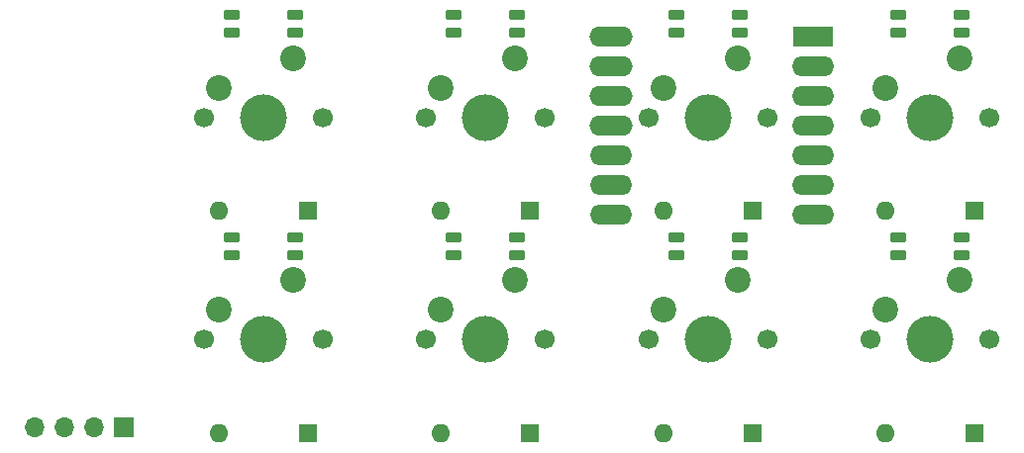
<source format=gts>
G04 #@! TF.GenerationSoftware,KiCad,Pcbnew,9.0.7*
G04 #@! TF.CreationDate,2026-02-20T22:20:20+11:00*
G04 #@! TF.ProjectId,oled-v2,6f6c6564-2d76-4322-9e6b-696361645f70,rev?*
G04 #@! TF.SameCoordinates,Original*
G04 #@! TF.FileFunction,Soldermask,Top*
G04 #@! TF.FilePolarity,Negative*
%FSLAX46Y46*%
G04 Gerber Fmt 4.6, Leading zero omitted, Abs format (unit mm)*
G04 Created by KiCad (PCBNEW 9.0.7) date 2026-02-20 22:20:20*
%MOMM*%
%LPD*%
G01*
G04 APERTURE LIST*
G04 Aperture macros list*
%AMRoundRect*
0 Rectangle with rounded corners*
0 $1 Rounding radius*
0 $2 $3 $4 $5 $6 $7 $8 $9 X,Y pos of 4 corners*
0 Add a 4 corners polygon primitive as box body*
4,1,4,$2,$3,$4,$5,$6,$7,$8,$9,$2,$3,0*
0 Add four circle primitives for the rounded corners*
1,1,$1+$1,$2,$3*
1,1,$1+$1,$4,$5*
1,1,$1+$1,$6,$7*
1,1,$1+$1,$8,$9*
0 Add four rect primitives between the rounded corners*
20,1,$1+$1,$2,$3,$4,$5,0*
20,1,$1+$1,$4,$5,$6,$7,0*
20,1,$1+$1,$6,$7,$8,$9,0*
20,1,$1+$1,$8,$9,$2,$3,0*%
G04 Aperture macros list end*
%ADD10R,1.600000X1.600000*%
%ADD11O,1.600000X1.600000*%
%ADD12C,1.700000*%
%ADD13C,4.000000*%
%ADD14C,2.200000*%
%ADD15RoundRect,0.205000X-0.495000X-0.205000X0.495000X-0.205000X0.495000X0.205000X-0.495000X0.205000X0*%
%ADD16R,1.700000X1.700000*%
%ADD17O,1.700000X1.700000*%
%ADD18R,3.500000X1.700000*%
%ADD19O,3.600000X1.700000*%
%ADD20O,3.700000X1.700000*%
G04 APERTURE END LIST*
D10*
X125810000Y-90000000D03*
D11*
X118190000Y-90000000D03*
D12*
X97920000Y-63000000D03*
D13*
X103000000Y-63000000D03*
D12*
X108080000Y-63000000D03*
D14*
X105540000Y-57920000D03*
X99190000Y-60460000D03*
D10*
X106810000Y-90000000D03*
D11*
X99190000Y-90000000D03*
D10*
X144810000Y-71000000D03*
D11*
X137190000Y-71000000D03*
D15*
X124700000Y-54250000D03*
X124700000Y-55750000D03*
X119300000Y-55750000D03*
X119300000Y-54250000D03*
D12*
X78920000Y-63000000D03*
D13*
X84000000Y-63000000D03*
D12*
X89080000Y-63000000D03*
D14*
X86540000Y-57920000D03*
X80190000Y-60460000D03*
D10*
X87810000Y-71000000D03*
D11*
X80190000Y-71000000D03*
D15*
X143700000Y-54250000D03*
X143700000Y-55750000D03*
X138300000Y-55750000D03*
X138300000Y-54250000D03*
D16*
X72040000Y-89500000D03*
D17*
X69500000Y-89500000D03*
X66960000Y-89500000D03*
X64420000Y-89500000D03*
D12*
X135920000Y-63000000D03*
D13*
X141000000Y-63000000D03*
D12*
X146080000Y-63000000D03*
D14*
X143540000Y-57920000D03*
X137190000Y-60460000D03*
D12*
X116920000Y-82000000D03*
D13*
X122000000Y-82000000D03*
D12*
X127080000Y-82000000D03*
D14*
X124540000Y-76920000D03*
X118190000Y-79460000D03*
D12*
X78920000Y-82000000D03*
D13*
X84000000Y-82000000D03*
D12*
X89080000Y-82000000D03*
D14*
X86540000Y-76920000D03*
X80190000Y-79460000D03*
D10*
X125810000Y-71000000D03*
D11*
X118190000Y-71000000D03*
D10*
X87810000Y-90000000D03*
D11*
X80190000Y-90000000D03*
D10*
X144810000Y-90000000D03*
D11*
X137190000Y-90000000D03*
D15*
X105700000Y-73250000D03*
X105700000Y-74750000D03*
X100300000Y-74750000D03*
X100300000Y-73250000D03*
X86700000Y-73250000D03*
X86700000Y-74750000D03*
X81300000Y-74750000D03*
X81300000Y-73250000D03*
D12*
X135920000Y-82000000D03*
D13*
X141000000Y-82000000D03*
D12*
X146080000Y-82000000D03*
D14*
X143540000Y-76920000D03*
X137190000Y-79460000D03*
D15*
X124700000Y-73250000D03*
X124700000Y-74750000D03*
X119300000Y-74750000D03*
X119300000Y-73250000D03*
X105700000Y-54250000D03*
X105700000Y-55750000D03*
X100300000Y-55750000D03*
X100300000Y-54250000D03*
D12*
X116920000Y-63000000D03*
D13*
X122000000Y-63000000D03*
D12*
X127080000Y-63000000D03*
D14*
X124540000Y-57920000D03*
X118190000Y-60460000D03*
D10*
X106810000Y-71000000D03*
D11*
X99190000Y-71000000D03*
D15*
X143700000Y-73250000D03*
X143700000Y-74750000D03*
X138300000Y-74750000D03*
X138300000Y-73250000D03*
D12*
X97920000Y-82000000D03*
D13*
X103000000Y-82000000D03*
D12*
X108080000Y-82000000D03*
D14*
X105540000Y-76920000D03*
X99190000Y-79460000D03*
D15*
X86700000Y-54250000D03*
X86700000Y-55750000D03*
X81300000Y-55750000D03*
X81300000Y-54250000D03*
D18*
X131014500Y-56092015D03*
D19*
X131014500Y-58632015D03*
X131014500Y-61172015D03*
X131014500Y-63712015D03*
X131014500Y-66252015D03*
X131014500Y-68792015D03*
X131014500Y-71332015D03*
X113764500Y-71332015D03*
X113764500Y-68792015D03*
X113764500Y-66252015D03*
D20*
X113764500Y-63712015D03*
X113764500Y-61172015D03*
X113764500Y-58632015D03*
X113764500Y-56092015D03*
M02*

</source>
